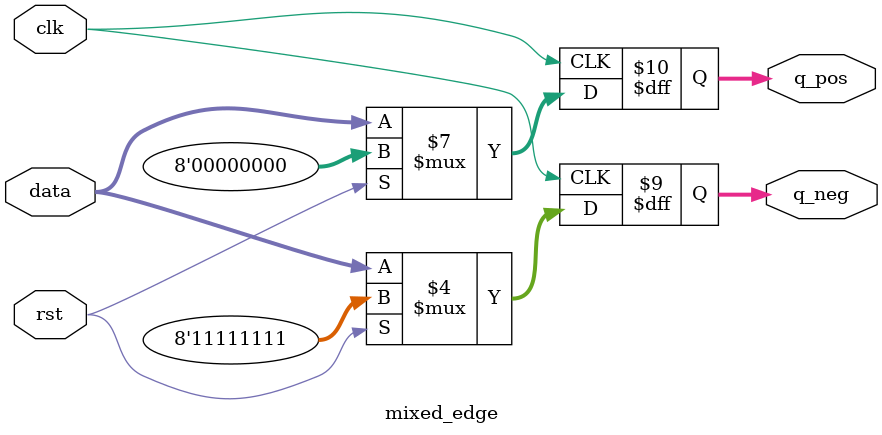
<source format=v>
module mixed_edge(
    input clk,
    input rst,
    input [7:0] data,
    output reg [7:0] q_pos,
    output reg [7:0] q_neg
);
    always @(posedge clk) begin
        if (rst)
            q_pos <= 8'h00;
        else
            q_pos <= data;
    end

    always @(negedge clk) begin
        if (rst)
            q_neg <= 8'hFF;
        else
            q_neg <= data;
    end
endmodule

</source>
